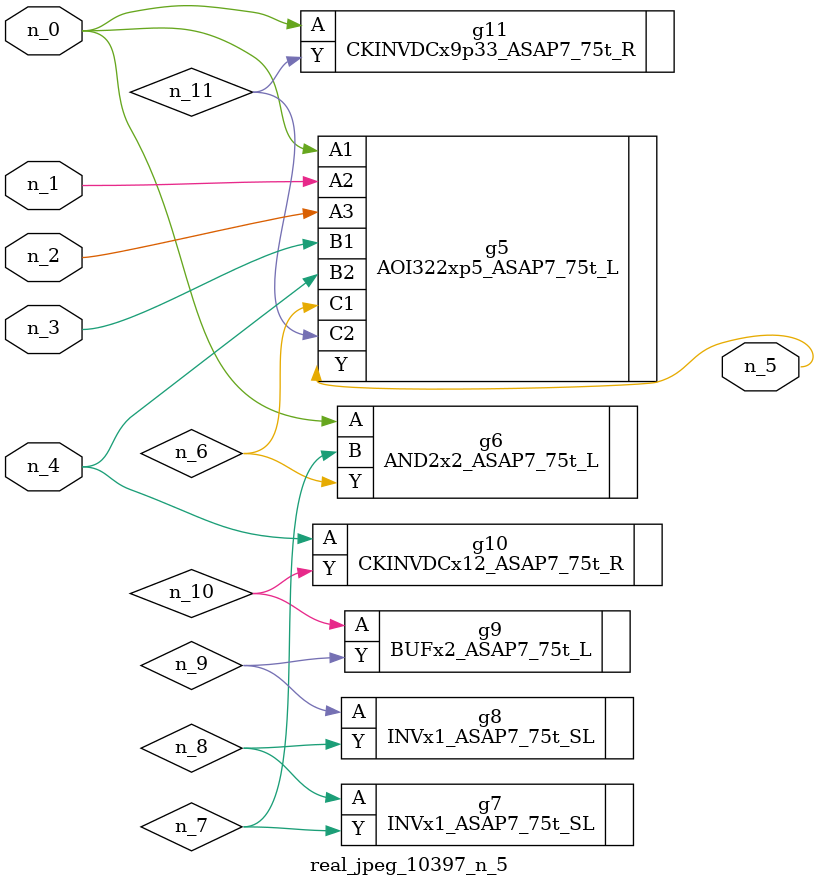
<source format=v>
module real_jpeg_10397_n_5 (n_4, n_0, n_1, n_2, n_3, n_5);

input n_4;
input n_0;
input n_1;
input n_2;
input n_3;

output n_5;

wire n_8;
wire n_11;
wire n_6;
wire n_7;
wire n_10;
wire n_9;

AOI322xp5_ASAP7_75t_L g5 ( 
.A1(n_0),
.A2(n_1),
.A3(n_2),
.B1(n_3),
.B2(n_4),
.C1(n_6),
.C2(n_11),
.Y(n_5)
);

AND2x2_ASAP7_75t_L g6 ( 
.A(n_0),
.B(n_7),
.Y(n_6)
);

CKINVDCx9p33_ASAP7_75t_R g11 ( 
.A(n_0),
.Y(n_11)
);

CKINVDCx12_ASAP7_75t_R g10 ( 
.A(n_4),
.Y(n_10)
);

INVx1_ASAP7_75t_SL g7 ( 
.A(n_8),
.Y(n_7)
);

INVx1_ASAP7_75t_SL g8 ( 
.A(n_9),
.Y(n_8)
);

BUFx2_ASAP7_75t_L g9 ( 
.A(n_10),
.Y(n_9)
);


endmodule
</source>
